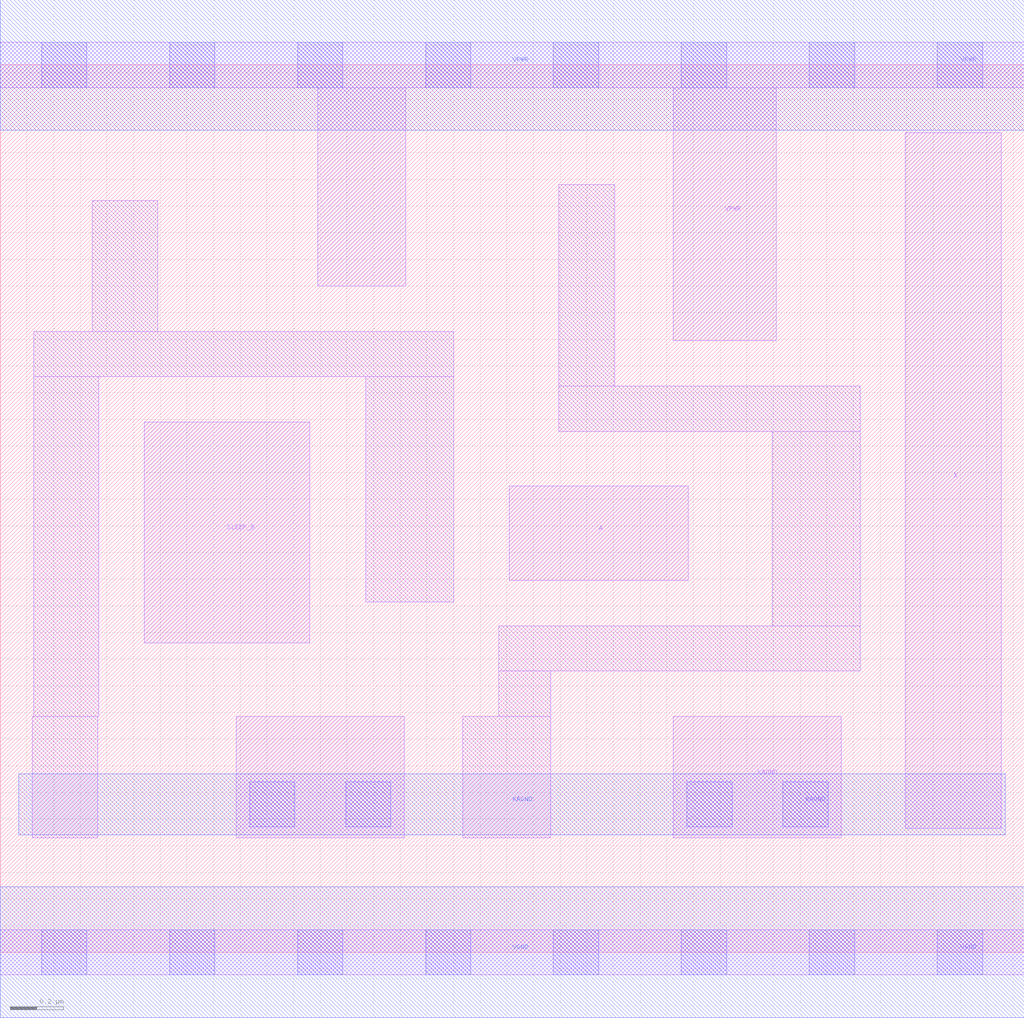
<source format=lef>
# Copyright 2020 The SkyWater PDK Authors
#
# Licensed under the Apache License, Version 2.0 (the "License");
# you may not use this file except in compliance with the License.
# You may obtain a copy of the License at
#
#     https://www.apache.org/licenses/LICENSE-2.0
#
# Unless required by applicable law or agreed to in writing, software
# distributed under the License is distributed on an "AS IS" BASIS,
# WITHOUT WARRANTIES OR CONDITIONS OF ANY KIND, either express or implied.
# See the License for the specific language governing permissions and
# limitations under the License.
#
# SPDX-License-Identifier: Apache-2.0

VERSION 5.7 ;
  NAMESCASESENSITIVE ON ;
  NOWIREEXTENSIONATPIN ON ;
  DIVIDERCHAR "/" ;
  BUSBITCHARS "[]" ;
UNITS
  DATABASE MICRONS 200 ;
END UNITS
MACRO sky130_fd_sc_lp__iso1n_lp
  CLASS CORE ;
  SOURCE USER ;
  FOREIGN sky130_fd_sc_lp__iso1n_lp ;
  ORIGIN  0.000000  0.000000 ;
  SIZE  3.840000 BY  3.330000 ;
  SYMMETRY X Y R90 ;
  SITE unit ;
  PIN A
    ANTENNAGATEAREA  0.189000 ;
    DIRECTION INPUT ;
    USE SIGNAL ;
    PORT
      LAYER li1 ;
        RECT 1.910000 1.395000 2.580000 1.750000 ;
    END
  END A
  PIN SLEEP_B
    ANTENNAGATEAREA  0.252000 ;
    DIRECTION INPUT ;
    USE SIGNAL ;
    PORT
      LAYER li1 ;
        RECT 0.540000 1.160000 1.160000 1.990000 ;
    END
  END SLEEP_B
  PIN X
    ANTENNADIFFAREA  0.445200 ;
    DIRECTION OUTPUT ;
    USE SIGNAL ;
    PORT
      LAYER li1 ;
        RECT 3.395000 0.465000 3.755000 3.075000 ;
    END
  END X
  PIN KAGND
    USE GROUND ;
    PORT
      LAYER li1 ;
        RECT 0.885000 0.430000 1.515000 0.885000 ;
        RECT 2.525000 0.430000 3.155000 0.885000 ;
      LAYER mcon ;
        RECT 0.935000 0.470000 1.105000 0.640000 ;
        RECT 1.295000 0.470000 1.465000 0.640000 ;
        RECT 2.575000 0.470000 2.745000 0.640000 ;
        RECT 2.935000 0.470000 3.105000 0.640000 ;
      LAYER met1 ;
        RECT 0.070000 0.440000 3.770000 0.670000 ;
    END
  END KAGND
  PIN VGND
    DIRECTION INOUT ;
    USE GROUND ;
    PORT
      LAYER li1 ;
        RECT 0.000000 -0.085000 3.840000 0.085000 ;
      LAYER mcon ;
        RECT 0.155000 -0.085000 0.325000 0.085000 ;
        RECT 0.635000 -0.085000 0.805000 0.085000 ;
        RECT 1.115000 -0.085000 1.285000 0.085000 ;
        RECT 1.595000 -0.085000 1.765000 0.085000 ;
        RECT 2.075000 -0.085000 2.245000 0.085000 ;
        RECT 2.555000 -0.085000 2.725000 0.085000 ;
        RECT 3.035000 -0.085000 3.205000 0.085000 ;
        RECT 3.515000 -0.085000 3.685000 0.085000 ;
      LAYER met1 ;
        RECT 0.000000 -0.245000 3.840000 0.245000 ;
    END
  END VGND
  PIN VPWR
    DIRECTION INOUT ;
    USE POWER ;
    PORT
      LAYER li1 ;
        RECT 0.000000 3.245000 3.840000 3.415000 ;
        RECT 1.190000 2.500000 1.520000 3.245000 ;
        RECT 2.525000 2.295000 2.910000 3.245000 ;
      LAYER mcon ;
        RECT 0.155000 3.245000 0.325000 3.415000 ;
        RECT 0.635000 3.245000 0.805000 3.415000 ;
        RECT 1.115000 3.245000 1.285000 3.415000 ;
        RECT 1.595000 3.245000 1.765000 3.415000 ;
        RECT 2.075000 3.245000 2.245000 3.415000 ;
        RECT 2.555000 3.245000 2.725000 3.415000 ;
        RECT 3.035000 3.245000 3.205000 3.415000 ;
        RECT 3.515000 3.245000 3.685000 3.415000 ;
      LAYER met1 ;
        RECT 0.000000 3.085000 3.840000 3.575000 ;
    END
  END VPWR
  OBS
    LAYER li1 ;
      RECT 0.120000 0.430000 0.365000 0.885000 ;
      RECT 0.125000 0.885000 0.370000 2.160000 ;
      RECT 0.125000 2.160000 1.700000 2.330000 ;
      RECT 0.345000 2.330000 0.590000 2.820000 ;
      RECT 1.370000 1.315000 1.700000 2.160000 ;
      RECT 1.735000 0.430000 2.065000 0.885000 ;
      RECT 1.870000 0.885000 2.065000 1.055000 ;
      RECT 1.870000 1.055000 3.225000 1.225000 ;
      RECT 2.095000 1.955000 3.225000 2.125000 ;
      RECT 2.095000 2.125000 2.305000 2.880000 ;
      RECT 2.895000 1.225000 3.225000 1.955000 ;
  END
END sky130_fd_sc_lp__iso1n_lp

</source>
